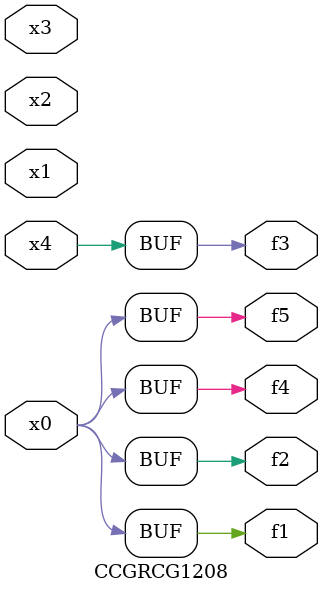
<source format=v>
module CCGRCG1208(
	input x0, x1, x2, x3, x4,
	output f1, f2, f3, f4, f5
);
	assign f1 = x0;
	assign f2 = x0;
	assign f3 = x4;
	assign f4 = x0;
	assign f5 = x0;
endmodule

</source>
